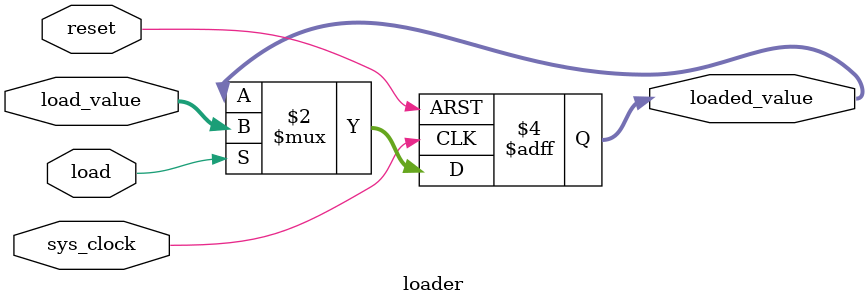
<source format=v>
`timescale 1ns / 1ps


module loader(
    input sys_clock,
    input [5:0] load_value,
    input load,
    input reset,
    output reg [5:0] loaded_value
    );
        
    always@ (posedge sys_clock, posedge reset)
    begin
        if(reset)
            loaded_value <= 0;
        else if(load)
            loaded_value <= load_value;
    end
endmodule

</source>
